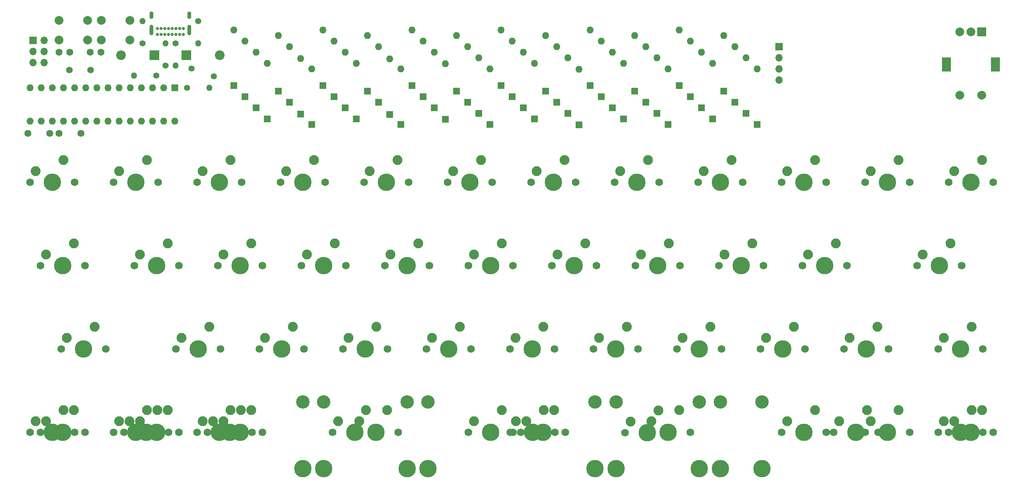
<source format=gbr>
%TF.GenerationSoftware,KiCad,Pcbnew,(5.99.0-11145-g173c9a974c)*%
%TF.CreationDate,2021-06-26T13:40:00+02:00*%
%TF.ProjectId,0xcb-static,30786362-2d73-4746-9174-69632e6b6963,1.0*%
%TF.SameCoordinates,Original*%
%TF.FileFunction,Soldermask,Top*%
%TF.FilePolarity,Negative*%
%FSLAX46Y46*%
G04 Gerber Fmt 4.6, Leading zero omitted, Abs format (unit mm)*
G04 Created by KiCad (PCBNEW (5.99.0-11145-g173c9a974c)) date 2021-06-26 13:40:00*
%MOMM*%
%LPD*%
G01*
G04 APERTURE LIST*
%ADD10C,1.750000*%
%ADD11C,3.987800*%
%ADD12C,2.250000*%
%ADD13R,1.600000X1.600000*%
%ADD14O,1.600000X1.600000*%
%ADD15C,2.000000*%
%ADD16C,3.048000*%
%ADD17R,1.700000X1.700000*%
%ADD18O,1.700000X1.700000*%
%ADD19R,2.200000X2.200000*%
%ADD20O,2.200000X2.200000*%
%ADD21C,1.400000*%
%ADD22O,1.400000X1.400000*%
%ADD23C,1.600000*%
%ADD24C,1.500000*%
%ADD25R,2.000000X2.000000*%
%ADD26R,2.000000X3.200000*%
%ADD27C,0.700000*%
%ADD28O,0.900000X1.700000*%
%ADD29O,0.900000X2.400000*%
G04 APERTURE END LIST*
D10*
%TO.C,MX37_1*%
X73818800Y-137160000D03*
D11*
X68738800Y-137160000D03*
D10*
X63658800Y-137160000D03*
D12*
X64928800Y-134620000D03*
X71278800Y-132080000D03*
%TD*%
D13*
%TO.C,D36*%
X205549500Y-64262000D03*
D14*
X205549500Y-51562000D03*
%TD*%
D11*
%TO.C,MX22*%
X223520000Y-99060000D03*
D10*
X218440000Y-99060000D03*
X228600000Y-99060000D03*
D12*
X219710000Y-96520000D03*
X226060000Y-93980000D03*
%TD*%
D13*
%TO.C,D47*%
X197929500Y-65532000D03*
D14*
X197929500Y-52832000D03*
%TD*%
D10*
%TO.C,MX27*%
X94615000Y-118110000D03*
X104775000Y-118110000D03*
D11*
X99695000Y-118110000D03*
D12*
X95885000Y-115570000D03*
X102235000Y-113030000D03*
%TD*%
D13*
%TO.C,D20*%
X162369500Y-61722000D03*
D14*
X162369500Y-49022000D03*
%TD*%
D15*
%TO.C,SW2*%
X65035500Y-42962000D03*
X58535500Y-42962000D03*
X58535500Y-47462000D03*
X65035500Y-47462000D03*
%TD*%
D10*
%TO.C,MX25*%
X49371300Y-118110000D03*
D11*
X54451300Y-118110000D03*
D10*
X59531300Y-118110000D03*
D12*
X50641300Y-115570000D03*
X56991300Y-113030000D03*
%TD*%
D16*
%TO.C,MX41*%
X175903750Y-130175000D03*
D10*
X182730000Y-137160000D03*
X192890000Y-137160000D03*
D11*
X187810000Y-137160000D03*
X175903750Y-145415000D03*
X199716250Y-145415000D03*
D16*
X199716250Y-130175000D03*
D12*
X184000000Y-134620000D03*
X190350000Y-132080000D03*
%TD*%
D17*
%TO.C,OL1*%
X213110000Y-48980000D03*
D18*
X213110000Y-51520000D03*
X213110000Y-54060000D03*
X213110000Y-56600000D03*
%TD*%
D13*
%TO.C,D10*%
X180149500Y-59182000D03*
D14*
X180149500Y-46482000D03*
%TD*%
D10*
%TO.C,MX21*%
X209550000Y-99060000D03*
D11*
X204470000Y-99060000D03*
D10*
X199390000Y-99060000D03*
D12*
X200660000Y-96520000D03*
X207010000Y-93980000D03*
%TD*%
D13*
%TO.C,D14*%
X101409500Y-61722000D03*
D14*
X101409500Y-49022000D03*
%TD*%
D10*
%TO.C,MX11*%
X242887500Y-80010000D03*
D11*
X237807500Y-80010000D03*
D10*
X232727500Y-80010000D03*
D12*
X233997500Y-77470000D03*
X240347500Y-74930000D03*
%TD*%
D11*
%TO.C,MX38_2*%
X90170000Y-137160000D03*
D10*
X85090000Y-137160000D03*
X95250000Y-137160000D03*
D12*
X86360000Y-134620000D03*
X92710000Y-132080000D03*
%TD*%
D11*
%TO.C,MX14*%
X71120000Y-99060000D03*
D10*
X76200000Y-99060000D03*
X66040000Y-99060000D03*
D12*
X67310000Y-96520000D03*
X73660000Y-93980000D03*
%TD*%
D10*
%TO.C,MX40*%
X152400000Y-137160000D03*
D11*
X147320000Y-137160000D03*
D10*
X142240000Y-137160000D03*
D12*
X143510000Y-134620000D03*
X149860000Y-132080000D03*
%TD*%
D10*
%TO.C,MX31*%
X170815000Y-118110000D03*
D11*
X175895000Y-118110000D03*
D10*
X180975000Y-118110000D03*
D12*
X172085000Y-115570000D03*
X178435000Y-113030000D03*
%TD*%
D19*
%TO.C,D50*%
X70640000Y-50930000D03*
D20*
X63020000Y-50930000D03*
%TD*%
D11*
%TO.C,MX16*%
X109220000Y-99060000D03*
D10*
X104140000Y-99060000D03*
X114300000Y-99060000D03*
D12*
X105410000Y-96520000D03*
X111760000Y-93980000D03*
%TD*%
D13*
%TO.C,D27*%
X114109500Y-62992000D03*
D14*
X114109500Y-50292000D03*
%TD*%
D13*
%TO.C,D28*%
X124269500Y-64516000D03*
D14*
X124269500Y-51816000D03*
%TD*%
D10*
%TO.C,MX10*%
X213677500Y-80010000D03*
D11*
X218757500Y-80010000D03*
D10*
X223837500Y-80010000D03*
D12*
X214947500Y-77470000D03*
X221297500Y-74930000D03*
%TD*%
D21*
%TO.C,R1*%
X80581500Y-43180000D03*
D22*
X80581500Y-48260000D03*
%TD*%
D10*
%TO.C,MX29*%
X142875000Y-118110000D03*
X132715000Y-118110000D03*
D11*
X137795000Y-118110000D03*
D12*
X133985000Y-115570000D03*
X140335000Y-113030000D03*
%TD*%
D10*
%TO.C,MX33*%
X208915000Y-118110000D03*
X219075000Y-118110000D03*
D11*
X213995000Y-118110000D03*
D12*
X210185000Y-115570000D03*
X216535000Y-113030000D03*
%TD*%
D13*
%TO.C,D17*%
X131889500Y-60452000D03*
D14*
X131889500Y-47752000D03*
%TD*%
D13*
%TO.C,D40*%
X126809500Y-66802000D03*
D14*
X126809500Y-54102000D03*
%TD*%
D13*
%TO.C,D32*%
X164909500Y-64262000D03*
D14*
X164909500Y-51562000D03*
%TD*%
D11*
%TO.C,MX39*%
X121126300Y-137160000D03*
X109220050Y-145415000D03*
D10*
X126206300Y-137160000D03*
D16*
X109220050Y-130175000D03*
D10*
X116046300Y-137160000D03*
D11*
X133032550Y-145415000D03*
D16*
X133032550Y-130175000D03*
D12*
X117316300Y-134620000D03*
X123666300Y-132080000D03*
%TD*%
D13*
%TO.C,D48*%
X208089500Y-66802000D03*
D14*
X208089500Y-54102000D03*
%TD*%
D11*
%TO.C,MX40_1*%
X156860000Y-137150000D03*
D10*
X151780000Y-137150000D03*
X161940000Y-137150000D03*
D12*
X153050000Y-134610000D03*
X159400000Y-132070000D03*
%TD*%
D23*
%TO.C,C2*%
X46759500Y-68834000D03*
X41759500Y-68834000D03*
%TD*%
D21*
%TO.C,R4*%
X75438000Y-48260000D03*
D22*
X75438000Y-53340000D03*
%TD*%
D10*
%TO.C,MX43_1*%
X235743800Y-137160000D03*
X225583800Y-137160000D03*
D11*
X230663800Y-137160000D03*
D12*
X226853800Y-134620000D03*
X233203800Y-132080000D03*
%TD*%
D13*
%TO.C,D19*%
X152209500Y-60452000D03*
D14*
X152209500Y-47752000D03*
%TD*%
D13*
%TO.C,D35*%
X195389500Y-62992000D03*
D14*
X195389500Y-50292000D03*
%TD*%
D21*
%TO.C,R5*%
X78041500Y-58420000D03*
D22*
X83121500Y-58420000D03*
%TD*%
D13*
%TO.C,D45*%
X177609500Y-65532000D03*
D14*
X177609500Y-52832000D03*
%TD*%
D13*
%TO.C,D4*%
X119189500Y-59182000D03*
D14*
X119189500Y-46482000D03*
%TD*%
D13*
%TO.C,D22*%
X182689500Y-61722000D03*
D14*
X182689500Y-49022000D03*
%TD*%
D13*
%TO.C,D25*%
X93789500Y-62992000D03*
D14*
X93789500Y-50292000D03*
%TD*%
D10*
%TO.C,MX44_1*%
X259556300Y-137160000D03*
X249396300Y-137160000D03*
D11*
X254476300Y-137160000D03*
D12*
X250666300Y-134620000D03*
X257016300Y-132080000D03*
%TD*%
D10*
%TO.C,MX44*%
X251777500Y-137160000D03*
X261937500Y-137160000D03*
D11*
X256857500Y-137160000D03*
D12*
X253047500Y-134620000D03*
X259397500Y-132080000D03*
%TD*%
D10*
%TO.C,MX4*%
X99377500Y-80010000D03*
D11*
X104457500Y-80010000D03*
D10*
X109537500Y-80010000D03*
D12*
X100647500Y-77470000D03*
X106997500Y-74930000D03*
%TD*%
D13*
%TO.C,D24*%
X203009500Y-61722000D03*
D14*
X203009500Y-49022000D03*
%TD*%
D10*
%TO.C,MX24*%
X251777500Y-80010000D03*
X261937500Y-80010000D03*
D11*
X256857500Y-80010000D03*
D12*
X253047500Y-77470000D03*
X259397500Y-74930000D03*
%TD*%
D10*
%TO.C,MX37*%
X61277500Y-137160000D03*
D11*
X66357500Y-137160000D03*
D10*
X71437500Y-137160000D03*
D12*
X62547500Y-134620000D03*
X68897500Y-132080000D03*
%TD*%
D11*
%TO.C,MX20*%
X185420000Y-99060000D03*
D10*
X190500000Y-99060000D03*
X180340000Y-99060000D03*
D12*
X181610000Y-96520000D03*
X187960000Y-93980000D03*
%TD*%
D13*
%TO.C,D9*%
X169989500Y-57912000D03*
D14*
X169989500Y-45212000D03*
%TD*%
D11*
%TO.C,MX7*%
X161607500Y-80010000D03*
D10*
X156527500Y-80010000D03*
X166687500Y-80010000D03*
D12*
X157797500Y-77470000D03*
X164147500Y-74930000D03*
%TD*%
D11*
%TO.C,MX36*%
X47307500Y-137160000D03*
D10*
X52387500Y-137160000D03*
X42227500Y-137160000D03*
D12*
X43497500Y-134620000D03*
X49847500Y-132080000D03*
%TD*%
D13*
%TO.C,D39*%
X116649500Y-65532000D03*
D14*
X116649500Y-52832000D03*
%TD*%
D13*
%TO.C,D13*%
X91249500Y-60452000D03*
D14*
X91249500Y-47752000D03*
%TD*%
D13*
%TO.C,D26*%
X103940000Y-64370000D03*
D14*
X103940000Y-51670000D03*
%TD*%
D11*
%TO.C,MX42*%
X218757500Y-137160000D03*
D10*
X223837500Y-137160000D03*
X213677500Y-137160000D03*
D12*
X214947500Y-134620000D03*
X221297500Y-132080000D03*
%TD*%
D13*
%TO.C,D12*%
X200469500Y-59182000D03*
D14*
X200469500Y-46482000D03*
%TD*%
D23*
%TO.C,C1*%
X48871500Y-68834000D03*
X53871500Y-68834000D03*
%TD*%
D13*
%TO.C,D7*%
X149669500Y-57912000D03*
D14*
X149669500Y-45212000D03*
%TD*%
D10*
%TO.C,MX17*%
X123190000Y-99060000D03*
X133350000Y-99060000D03*
D11*
X128270000Y-99060000D03*
D12*
X124460000Y-96520000D03*
X130810000Y-93980000D03*
%TD*%
D21*
%TO.C,F1*%
X84147500Y-55764000D03*
X79047500Y-53964000D03*
%TD*%
D10*
%TO.C,MX36_1*%
X54768800Y-137160000D03*
X44608800Y-137160000D03*
D11*
X49688800Y-137160000D03*
D12*
X45878800Y-134620000D03*
X52228800Y-132080000D03*
%TD*%
D10*
%TO.C,MX30*%
X161925000Y-118110000D03*
X151765000Y-118110000D03*
D11*
X156845000Y-118110000D03*
D12*
X153035000Y-115570000D03*
X159385000Y-113030000D03*
%TD*%
D13*
%TO.C,D41*%
X136980000Y-65540000D03*
D14*
X136980000Y-52840000D03*
%TD*%
D13*
%TO.C,D3*%
X109029500Y-57912000D03*
D14*
X109029500Y-45212000D03*
%TD*%
D21*
%TO.C,R6*%
X71010000Y-55590000D03*
D22*
X65930000Y-55590000D03*
%TD*%
D13*
%TO.C,D5*%
X129349500Y-57912000D03*
D14*
X129349500Y-45212000D03*
%TD*%
D10*
%TO.C,MX8*%
X185737500Y-80010000D03*
X175577500Y-80010000D03*
D11*
X180657500Y-80010000D03*
D12*
X176847500Y-77470000D03*
X183197500Y-74930000D03*
%TD*%
D11*
%TO.C,MX5*%
X123507500Y-80010000D03*
D10*
X118427500Y-80010000D03*
X128587500Y-80010000D03*
D12*
X119697500Y-77470000D03*
X126047500Y-74930000D03*
%TD*%
D10*
%TO.C,MX34*%
X238125000Y-118110000D03*
X227965000Y-118110000D03*
D11*
X233045000Y-118110000D03*
D12*
X229235000Y-115570000D03*
X235585000Y-113030000D03*
%TD*%
D13*
%TO.C,D8*%
X159829500Y-59182000D03*
D14*
X159829500Y-46482000D03*
%TD*%
D11*
%TO.C,MX28*%
X118745000Y-118110000D03*
D10*
X113665000Y-118110000D03*
X123825000Y-118110000D03*
D12*
X114935000Y-115570000D03*
X121285000Y-113030000D03*
%TD*%
D11*
%TO.C,MX19*%
X166370000Y-99060000D03*
D10*
X171450000Y-99060000D03*
X161290000Y-99060000D03*
D12*
X162560000Y-96520000D03*
X168910000Y-93980000D03*
%TD*%
D13*
%TO.C,D16*%
X121729500Y-61722000D03*
D14*
X121729500Y-49022000D03*
%TD*%
D10*
%TO.C,MX15*%
X85090000Y-99060000D03*
D11*
X90170000Y-99060000D03*
D10*
X95250000Y-99060000D03*
D12*
X86360000Y-96520000D03*
X92710000Y-93980000D03*
%TD*%
D13*
%TO.C,D6*%
X139509500Y-59182000D03*
D14*
X139509500Y-46482000D03*
%TD*%
D13*
%TO.C,D15*%
X111569500Y-60452000D03*
D14*
X111569500Y-47752000D03*
%TD*%
D11*
%TO.C,MX43*%
X237807500Y-137160000D03*
D10*
X232727500Y-137160000D03*
X242887500Y-137160000D03*
D12*
X233997500Y-134620000D03*
X240347500Y-132080000D03*
%TD*%
D13*
%TO.C,D23*%
X192849500Y-60452000D03*
D14*
X192849500Y-47752000D03*
%TD*%
D10*
%TO.C,MX18*%
X152400000Y-99060000D03*
D11*
X147320000Y-99060000D03*
D10*
X142240000Y-99060000D03*
D12*
X143510000Y-96520000D03*
X149860000Y-93980000D03*
%TD*%
D13*
%TO.C,D31*%
X154749500Y-62992000D03*
D14*
X154749500Y-50292000D03*
%TD*%
D13*
%TO.C,D43*%
X157290000Y-65520000D03*
D14*
X157290000Y-52820000D03*
%TD*%
D10*
%TO.C,MX23*%
X244633800Y-99060000D03*
D11*
X249713800Y-99060000D03*
D10*
X254793800Y-99060000D03*
D12*
X245903800Y-96520000D03*
X252253800Y-93980000D03*
%TD*%
D13*
%TO.C,U1*%
X75247500Y-58420000D03*
D14*
X72707500Y-58420000D03*
X70167500Y-58420000D03*
X67627500Y-58420000D03*
X65087500Y-58420000D03*
X62547500Y-58420000D03*
X60007500Y-58420000D03*
X57467500Y-58420000D03*
X54927500Y-58420000D03*
X52387500Y-58420000D03*
X49847500Y-58420000D03*
X47307500Y-58420000D03*
X44767500Y-58420000D03*
X42227500Y-58420000D03*
X42227500Y-66040000D03*
X44767500Y-66040000D03*
X47307500Y-66040000D03*
X49847500Y-66040000D03*
X52387500Y-66040000D03*
X54927500Y-66040000D03*
X57467500Y-66040000D03*
X60007500Y-66040000D03*
X62547500Y-66040000D03*
X65087500Y-66040000D03*
X67627500Y-66040000D03*
X70167500Y-66040000D03*
X72707500Y-66040000D03*
X75247500Y-66040000D03*
%TD*%
D13*
%TO.C,D29*%
X134429500Y-62992000D03*
D14*
X134429500Y-50292000D03*
%TD*%
D13*
%TO.C,D1*%
X88709500Y-57912000D03*
D14*
X88709500Y-45212000D03*
%TD*%
D13*
%TO.C,D18*%
X142049500Y-61722000D03*
D14*
X142049500Y-49022000D03*
%TD*%
D13*
%TO.C,D46*%
X187769500Y-66802000D03*
D14*
X187769500Y-54102000D03*
%TD*%
D11*
%TO.C,MX35*%
X254476300Y-118110000D03*
D10*
X249396300Y-118110000D03*
X259556300Y-118110000D03*
D12*
X250666300Y-115570000D03*
X257016300Y-113030000D03*
%TD*%
D10*
%TO.C,MX37_2*%
X66040000Y-137160000D03*
D11*
X71120000Y-137160000D03*
D10*
X76200000Y-137160000D03*
D12*
X67310000Y-134620000D03*
X73660000Y-132080000D03*
%TD*%
D13*
%TO.C,D38*%
X106489500Y-66802000D03*
D14*
X106489500Y-54102000D03*
%TD*%
D10*
%TO.C,MX38*%
X90487500Y-137160000D03*
D11*
X85407500Y-137160000D03*
D10*
X80327500Y-137160000D03*
D12*
X81597500Y-134620000D03*
X87947500Y-132080000D03*
%TD*%
D10*
%TO.C,MX9*%
X204787500Y-80010000D03*
D11*
X199707500Y-80010000D03*
D10*
X194627500Y-80010000D03*
D12*
X195897500Y-77470000D03*
X202247500Y-74930000D03*
%TD*%
D11*
%TO.C,MX41_1*%
X171133750Y-145420000D03*
D10*
X188120000Y-137165000D03*
D16*
X194946250Y-130180000D03*
X171133750Y-130180000D03*
D10*
X177960000Y-137165000D03*
D11*
X194946250Y-145420000D03*
X183040000Y-137165000D03*
D12*
X179230000Y-134625000D03*
X185580000Y-132085000D03*
%TD*%
D11*
%TO.C,MX2*%
X66357500Y-80010000D03*
D10*
X61277500Y-80010000D03*
X71437500Y-80010000D03*
D12*
X62547500Y-77470000D03*
X68897500Y-74930000D03*
%TD*%
D11*
%TO.C,MX1*%
X47307500Y-80010000D03*
D10*
X42227500Y-80010000D03*
X52387500Y-80010000D03*
D12*
X43497500Y-77470000D03*
X49847500Y-74930000D03*
%TD*%
D13*
%TO.C,D30*%
X144589500Y-64262000D03*
D14*
X144589500Y-51562000D03*
%TD*%
D16*
%TO.C,MX40_2*%
X209226200Y-130175000D03*
X109226400Y-130175000D03*
D10*
X154146300Y-137160000D03*
X164306300Y-137160000D03*
D11*
X209226200Y-145415000D03*
X109226400Y-145415000D03*
X159226300Y-137160000D03*
D12*
X155416300Y-134620000D03*
X161766300Y-132080000D03*
%TD*%
D13*
%TO.C,D21*%
X172529500Y-60452000D03*
D14*
X172529500Y-47752000D03*
%TD*%
D23*
%TO.C,C3*%
X58463500Y-50292000D03*
X55963500Y-50292000D03*
%TD*%
D19*
%TO.C,D49*%
X77940000Y-50890000D03*
D20*
X85560000Y-50890000D03*
%TD*%
D13*
%TO.C,D2*%
X98869500Y-59182000D03*
D14*
X98869500Y-46482000D03*
%TD*%
D13*
%TO.C,D34*%
X185229500Y-64262000D03*
D14*
X185229500Y-51562000D03*
%TD*%
D24*
%TO.C,Y1*%
X51207500Y-54346000D03*
X56087500Y-54346000D03*
%TD*%
D13*
%TO.C,D33*%
X175069500Y-62992000D03*
D14*
X175069500Y-50292000D03*
%TD*%
D10*
%TO.C,MX32*%
X200025000Y-118110000D03*
D11*
X194945000Y-118110000D03*
D10*
X189865000Y-118110000D03*
D12*
X191135000Y-115570000D03*
X197485000Y-113030000D03*
%TD*%
D21*
%TO.C,R2*%
X67881500Y-48260000D03*
D22*
X67881500Y-43180000D03*
%TD*%
D10*
%TO.C,MX13*%
X54768800Y-99060000D03*
X44608800Y-99060000D03*
D11*
X49688800Y-99060000D03*
D12*
X45878800Y-96520000D03*
X52228800Y-93980000D03*
%TD*%
D25*
%TO.C,MX12*%
X259357500Y-45582000D03*
D15*
X254357500Y-45582000D03*
X256857500Y-45582000D03*
D26*
X251257500Y-53082000D03*
X262457500Y-53082000D03*
D15*
X254357500Y-60082000D03*
X259357500Y-60082000D03*
%TD*%
D13*
%TO.C,D42*%
X147129500Y-66802000D03*
D14*
X147129500Y-54102000D03*
%TD*%
D10*
%TO.C,MX3*%
X80327500Y-80010000D03*
D11*
X85407500Y-80010000D03*
D10*
X90487500Y-80010000D03*
D12*
X81597500Y-77470000D03*
X87947500Y-74930000D03*
%TD*%
D21*
%TO.C,R3*%
X73152000Y-53340000D03*
D22*
X73152000Y-48260000D03*
%TD*%
D13*
%TO.C,D11*%
X190309500Y-57912000D03*
D14*
X190309500Y-45212000D03*
%TD*%
D27*
%TO.C,J1*%
X77206500Y-46189000D03*
X76356500Y-46189000D03*
X75506500Y-46189000D03*
X74656500Y-46189000D03*
X73806500Y-46189000D03*
X72956500Y-46189000D03*
X72106500Y-46189000D03*
X71256500Y-46189000D03*
X71256500Y-44839000D03*
X72106500Y-44839000D03*
X72956500Y-44839000D03*
X73806500Y-44839000D03*
X74656500Y-44839000D03*
X75506500Y-44839000D03*
X76356500Y-44839000D03*
X77206500Y-44839000D03*
D28*
X78556500Y-41829000D03*
X69906500Y-41829000D03*
D29*
X69906500Y-45209000D03*
X78556500Y-45209000D03*
%TD*%
D11*
%TO.C,MX38_1*%
X87788800Y-137160000D03*
D10*
X92868800Y-137160000D03*
X82708800Y-137160000D03*
D12*
X83978800Y-134620000D03*
X90328800Y-132080000D03*
%TD*%
D13*
%TO.C,D37*%
X96329500Y-65532000D03*
D14*
X96329500Y-52832000D03*
%TD*%
D17*
%TO.C,J2*%
X42921000Y-47513000D03*
D18*
X45461000Y-47513000D03*
X42921000Y-50053000D03*
X45461000Y-50053000D03*
X42921000Y-52593000D03*
X45461000Y-52593000D03*
%TD*%
D23*
%TO.C,C4*%
X48851500Y-50292000D03*
X51351500Y-50292000D03*
%TD*%
D15*
%TO.C,SW1*%
X55383500Y-42962000D03*
X48883500Y-42962000D03*
X48883500Y-47462000D03*
X55383500Y-47462000D03*
%TD*%
D10*
%TO.C,MX26*%
X85725000Y-118110000D03*
D11*
X80645000Y-118110000D03*
D10*
X75565000Y-118110000D03*
D12*
X76835000Y-115570000D03*
X83185000Y-113030000D03*
%TD*%
D11*
%TO.C,MX6*%
X142557500Y-80010000D03*
D10*
X147637500Y-80010000D03*
X137477500Y-80010000D03*
D12*
X138747500Y-77470000D03*
X145097500Y-74930000D03*
%TD*%
D10*
%TO.C,MX39_1*%
X121443800Y-137160000D03*
D11*
X128270050Y-145415000D03*
D16*
X128270050Y-130175000D03*
D11*
X104457550Y-145415000D03*
D10*
X111283800Y-137160000D03*
D16*
X104457550Y-130175000D03*
D11*
X116363800Y-137160000D03*
D12*
X112553800Y-134620000D03*
X118903800Y-132080000D03*
%TD*%
D13*
%TO.C,D44*%
X167460000Y-66860000D03*
D14*
X167460000Y-54160000D03*
%TD*%
M02*

</source>
